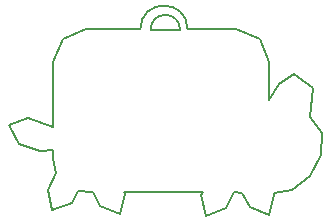
<source format=gm1>
G04 #@! TF.FileFunction,Profile,NP*
%FSLAX46Y46*%
G04 Gerber Fmt 4.6, Leading zero omitted, Abs format (unit mm)*
G04 Created by KiCad (PCBNEW 4.0.4-stable) date 08/29/17 21:05:56*
%MOMM*%
%LPD*%
G01*
G04 APERTURE LIST*
%ADD10C,0.100000*%
%ADD11C,0.150000*%
G04 APERTURE END LIST*
D10*
D11*
X143240000Y-67940000D02*
G75*
G03X140760000Y-67940000I-1240000J0D01*
G01*
X143230000Y-67940000D02*
X140770000Y-67940000D01*
X143890000Y-67910000D02*
X148020000Y-67890000D01*
X143890000Y-67910000D02*
G75*
G03X139890000Y-67910000I-2000000J0D01*
G01*
X149150000Y-82960000D02*
X150820000Y-83630000D01*
X148520000Y-81750000D02*
X149150000Y-82960000D01*
X147820000Y-81710000D02*
X148520000Y-81750000D01*
X147110000Y-83050000D02*
X147820000Y-81710000D01*
X145450000Y-83710000D02*
X147110000Y-83050000D01*
X145050000Y-81970000D02*
X145450000Y-83710000D01*
X145180000Y-81710000D02*
X145050000Y-81970000D01*
X138490000Y-81710000D02*
X145180000Y-81710000D01*
X138560000Y-81840000D02*
X138490000Y-81710000D01*
X138160000Y-83570000D02*
X138560000Y-81840000D01*
X136510000Y-82900000D02*
X138160000Y-83570000D01*
X135870000Y-81710000D02*
X136510000Y-82900000D01*
X134610000Y-81620000D02*
X135870000Y-81710000D01*
X134090000Y-82600000D02*
X134610000Y-81620000D01*
X132440000Y-83260000D02*
X134090000Y-82600000D01*
X132030000Y-81500000D02*
X132440000Y-83260000D01*
X132770000Y-80100000D02*
X132030000Y-81500000D01*
X132500000Y-78910000D02*
X132770000Y-80100000D01*
X132490000Y-78180000D02*
X132500000Y-78910000D01*
X131400000Y-78210000D02*
X132490000Y-78180000D01*
X129640000Y-77600000D02*
X131400000Y-78210000D01*
X128750000Y-76050000D02*
X129640000Y-77600000D01*
X130420000Y-75420000D02*
X128750000Y-76050000D01*
X132500000Y-76180000D02*
X130420000Y-75420000D01*
X132500000Y-70660000D02*
X132500000Y-76180000D01*
X133310000Y-68710000D02*
X132500000Y-70660000D01*
X135290000Y-67890000D02*
X133310000Y-68710000D01*
X139890000Y-67900000D02*
X135290000Y-67890000D01*
X150000000Y-68700000D02*
X148030000Y-67890000D01*
X150820000Y-70680000D02*
X150000000Y-68700000D01*
X150820000Y-73880000D02*
X150820000Y-70680000D01*
X151640000Y-72590000D02*
X150820000Y-73880000D01*
X152900000Y-71670000D02*
X151640000Y-72590000D01*
X154470000Y-72910000D02*
X152900000Y-71670000D01*
X154270000Y-75370000D02*
X154470000Y-72910000D01*
X155270000Y-76710000D02*
X154270000Y-75370000D01*
X155180000Y-78560000D02*
X155270000Y-76710000D01*
X154240000Y-80330000D02*
X155180000Y-78560000D01*
X152720000Y-81500000D02*
X154240000Y-80330000D01*
X151170000Y-81790000D02*
X152720000Y-81500000D01*
X151210000Y-81910000D02*
X151170000Y-81790000D01*
X150820000Y-83630000D02*
X151210000Y-81910000D01*
M02*

</source>
